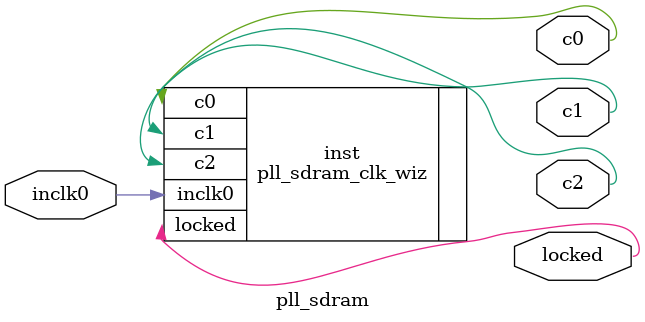
<source format=v>


`timescale 1ps/1ps

(* CORE_GENERATION_INFO = "pll_sdram,clk_wiz_v6_0_11_0_0,{component_name=pll_sdram,use_phase_alignment=true,use_min_o_jitter=false,use_max_i_jitter=false,use_dyn_phase_shift=false,use_inclk_switchover=false,use_dyn_reconfig=false,enable_axi=0,feedback_source=FDBK_AUTO,PRIMITIVE=MMCM,num_out_clk=3,clkin1_period=20.000,clkin2_period=10.0,use_power_down=false,use_reset=false,use_locked=true,use_inclk_stopped=false,feedback_type=SINGLE,CLOCK_MGR_TYPE=NA,manual_override=false}" *)

module pll_sdram 
 (
  // Clock out ports
  output        c0,
  output        c1,
  output        c2,
  // Status and control signals
  output        locked,
 // Clock in ports
  input         inclk0
 );

  pll_sdram_clk_wiz inst
  (
  // Clock out ports  
  .c0(c0),
  .c1(c1),
  .c2(c2),
  // Status and control signals               
  .locked(locked),
 // Clock in ports
  .inclk0(inclk0)
  );

endmodule

</source>
